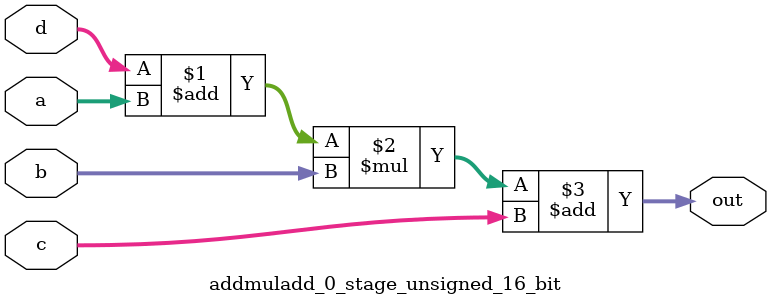
<source format=sv>
(* use_dsp = "yes" *) module addmuladd_0_stage_unsigned_16_bit(
	input  [15:0] a,
	input  [15:0] b,
	input  [15:0] c,
	input  [15:0] d,
	output [15:0] out
	);

	assign out = ((d + a) * b) + c;
endmodule

</source>
